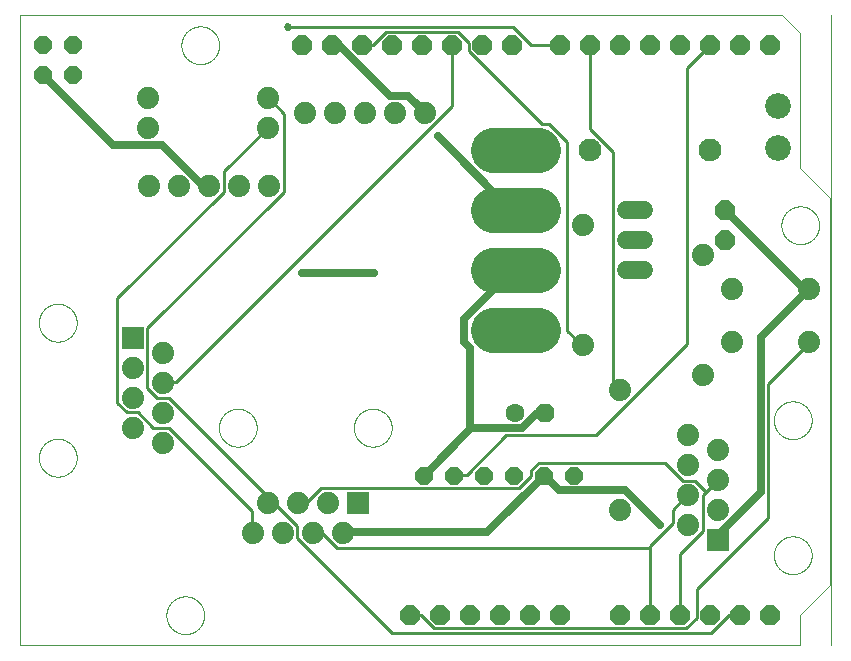
<source format=gbl>
G75*
%MOIN*%
%OFA0B0*%
%FSLAX25Y25*%
%IPPOS*%
%LPD*%
%AMOC8*
5,1,8,0,0,1.08239X$1,22.5*
%
%ADD10C,0.00000*%
%ADD11OC8,0.06600*%
%ADD12C,0.07400*%
%ADD13R,0.07400X0.07400*%
%ADD14C,0.08600*%
%ADD15C,0.06000*%
%ADD16OC8,0.06000*%
%ADD17OC8,0.06300*%
%ADD18C,0.06300*%
%ADD19C,0.15000*%
%ADD20C,0.07600*%
%ADD21C,0.01000*%
%ADD22C,0.02700*%
%ADD23C,0.02500*%
D10*
X0031420Y0005000D02*
X0031420Y0215000D01*
X0285420Y0215000D01*
X0291420Y0209000D01*
X0291420Y0164000D01*
X0301420Y0154000D01*
X0301420Y0025000D01*
X0291420Y0015000D01*
X0291420Y0005000D01*
X0031420Y0005000D01*
X0031420Y0214961D01*
X0085121Y0205000D02*
X0085123Y0205158D01*
X0085129Y0205316D01*
X0085139Y0205474D01*
X0085153Y0205632D01*
X0085171Y0205789D01*
X0085192Y0205946D01*
X0085218Y0206102D01*
X0085248Y0206258D01*
X0085281Y0206413D01*
X0085319Y0206566D01*
X0085360Y0206719D01*
X0085405Y0206871D01*
X0085454Y0207022D01*
X0085507Y0207171D01*
X0085563Y0207319D01*
X0085623Y0207465D01*
X0085687Y0207610D01*
X0085755Y0207753D01*
X0085826Y0207895D01*
X0085900Y0208035D01*
X0085978Y0208172D01*
X0086060Y0208308D01*
X0086144Y0208442D01*
X0086233Y0208573D01*
X0086324Y0208702D01*
X0086419Y0208829D01*
X0086516Y0208954D01*
X0086617Y0209076D01*
X0086721Y0209195D01*
X0086828Y0209312D01*
X0086938Y0209426D01*
X0087051Y0209537D01*
X0087166Y0209646D01*
X0087284Y0209751D01*
X0087405Y0209853D01*
X0087528Y0209953D01*
X0087654Y0210049D01*
X0087782Y0210142D01*
X0087912Y0210232D01*
X0088045Y0210318D01*
X0088180Y0210402D01*
X0088316Y0210481D01*
X0088455Y0210558D01*
X0088596Y0210630D01*
X0088738Y0210700D01*
X0088882Y0210765D01*
X0089028Y0210827D01*
X0089175Y0210885D01*
X0089324Y0210940D01*
X0089474Y0210991D01*
X0089625Y0211038D01*
X0089777Y0211081D01*
X0089930Y0211120D01*
X0090085Y0211156D01*
X0090240Y0211187D01*
X0090396Y0211215D01*
X0090552Y0211239D01*
X0090709Y0211259D01*
X0090867Y0211275D01*
X0091024Y0211287D01*
X0091183Y0211295D01*
X0091341Y0211299D01*
X0091499Y0211299D01*
X0091657Y0211295D01*
X0091816Y0211287D01*
X0091973Y0211275D01*
X0092131Y0211259D01*
X0092288Y0211239D01*
X0092444Y0211215D01*
X0092600Y0211187D01*
X0092755Y0211156D01*
X0092910Y0211120D01*
X0093063Y0211081D01*
X0093215Y0211038D01*
X0093366Y0210991D01*
X0093516Y0210940D01*
X0093665Y0210885D01*
X0093812Y0210827D01*
X0093958Y0210765D01*
X0094102Y0210700D01*
X0094244Y0210630D01*
X0094385Y0210558D01*
X0094524Y0210481D01*
X0094660Y0210402D01*
X0094795Y0210318D01*
X0094928Y0210232D01*
X0095058Y0210142D01*
X0095186Y0210049D01*
X0095312Y0209953D01*
X0095435Y0209853D01*
X0095556Y0209751D01*
X0095674Y0209646D01*
X0095789Y0209537D01*
X0095902Y0209426D01*
X0096012Y0209312D01*
X0096119Y0209195D01*
X0096223Y0209076D01*
X0096324Y0208954D01*
X0096421Y0208829D01*
X0096516Y0208702D01*
X0096607Y0208573D01*
X0096696Y0208442D01*
X0096780Y0208308D01*
X0096862Y0208172D01*
X0096940Y0208035D01*
X0097014Y0207895D01*
X0097085Y0207753D01*
X0097153Y0207610D01*
X0097217Y0207465D01*
X0097277Y0207319D01*
X0097333Y0207171D01*
X0097386Y0207022D01*
X0097435Y0206871D01*
X0097480Y0206719D01*
X0097521Y0206566D01*
X0097559Y0206413D01*
X0097592Y0206258D01*
X0097622Y0206102D01*
X0097648Y0205946D01*
X0097669Y0205789D01*
X0097687Y0205632D01*
X0097701Y0205474D01*
X0097711Y0205316D01*
X0097717Y0205158D01*
X0097719Y0205000D01*
X0097717Y0204842D01*
X0097711Y0204684D01*
X0097701Y0204526D01*
X0097687Y0204368D01*
X0097669Y0204211D01*
X0097648Y0204054D01*
X0097622Y0203898D01*
X0097592Y0203742D01*
X0097559Y0203587D01*
X0097521Y0203434D01*
X0097480Y0203281D01*
X0097435Y0203129D01*
X0097386Y0202978D01*
X0097333Y0202829D01*
X0097277Y0202681D01*
X0097217Y0202535D01*
X0097153Y0202390D01*
X0097085Y0202247D01*
X0097014Y0202105D01*
X0096940Y0201965D01*
X0096862Y0201828D01*
X0096780Y0201692D01*
X0096696Y0201558D01*
X0096607Y0201427D01*
X0096516Y0201298D01*
X0096421Y0201171D01*
X0096324Y0201046D01*
X0096223Y0200924D01*
X0096119Y0200805D01*
X0096012Y0200688D01*
X0095902Y0200574D01*
X0095789Y0200463D01*
X0095674Y0200354D01*
X0095556Y0200249D01*
X0095435Y0200147D01*
X0095312Y0200047D01*
X0095186Y0199951D01*
X0095058Y0199858D01*
X0094928Y0199768D01*
X0094795Y0199682D01*
X0094660Y0199598D01*
X0094524Y0199519D01*
X0094385Y0199442D01*
X0094244Y0199370D01*
X0094102Y0199300D01*
X0093958Y0199235D01*
X0093812Y0199173D01*
X0093665Y0199115D01*
X0093516Y0199060D01*
X0093366Y0199009D01*
X0093215Y0198962D01*
X0093063Y0198919D01*
X0092910Y0198880D01*
X0092755Y0198844D01*
X0092600Y0198813D01*
X0092444Y0198785D01*
X0092288Y0198761D01*
X0092131Y0198741D01*
X0091973Y0198725D01*
X0091816Y0198713D01*
X0091657Y0198705D01*
X0091499Y0198701D01*
X0091341Y0198701D01*
X0091183Y0198705D01*
X0091024Y0198713D01*
X0090867Y0198725D01*
X0090709Y0198741D01*
X0090552Y0198761D01*
X0090396Y0198785D01*
X0090240Y0198813D01*
X0090085Y0198844D01*
X0089930Y0198880D01*
X0089777Y0198919D01*
X0089625Y0198962D01*
X0089474Y0199009D01*
X0089324Y0199060D01*
X0089175Y0199115D01*
X0089028Y0199173D01*
X0088882Y0199235D01*
X0088738Y0199300D01*
X0088596Y0199370D01*
X0088455Y0199442D01*
X0088316Y0199519D01*
X0088180Y0199598D01*
X0088045Y0199682D01*
X0087912Y0199768D01*
X0087782Y0199858D01*
X0087654Y0199951D01*
X0087528Y0200047D01*
X0087405Y0200147D01*
X0087284Y0200249D01*
X0087166Y0200354D01*
X0087051Y0200463D01*
X0086938Y0200574D01*
X0086828Y0200688D01*
X0086721Y0200805D01*
X0086617Y0200924D01*
X0086516Y0201046D01*
X0086419Y0201171D01*
X0086324Y0201298D01*
X0086233Y0201427D01*
X0086144Y0201558D01*
X0086060Y0201692D01*
X0085978Y0201828D01*
X0085900Y0201965D01*
X0085826Y0202105D01*
X0085755Y0202247D01*
X0085687Y0202390D01*
X0085623Y0202535D01*
X0085563Y0202681D01*
X0085507Y0202829D01*
X0085454Y0202978D01*
X0085405Y0203129D01*
X0085360Y0203281D01*
X0085319Y0203434D01*
X0085281Y0203587D01*
X0085248Y0203742D01*
X0085218Y0203898D01*
X0085192Y0204054D01*
X0085171Y0204211D01*
X0085153Y0204368D01*
X0085139Y0204526D01*
X0085129Y0204684D01*
X0085123Y0204842D01*
X0085121Y0205000D01*
X0037621Y0112500D02*
X0037623Y0112658D01*
X0037629Y0112816D01*
X0037639Y0112974D01*
X0037653Y0113132D01*
X0037671Y0113289D01*
X0037692Y0113446D01*
X0037718Y0113602D01*
X0037748Y0113758D01*
X0037781Y0113913D01*
X0037819Y0114066D01*
X0037860Y0114219D01*
X0037905Y0114371D01*
X0037954Y0114522D01*
X0038007Y0114671D01*
X0038063Y0114819D01*
X0038123Y0114965D01*
X0038187Y0115110D01*
X0038255Y0115253D01*
X0038326Y0115395D01*
X0038400Y0115535D01*
X0038478Y0115672D01*
X0038560Y0115808D01*
X0038644Y0115942D01*
X0038733Y0116073D01*
X0038824Y0116202D01*
X0038919Y0116329D01*
X0039016Y0116454D01*
X0039117Y0116576D01*
X0039221Y0116695D01*
X0039328Y0116812D01*
X0039438Y0116926D01*
X0039551Y0117037D01*
X0039666Y0117146D01*
X0039784Y0117251D01*
X0039905Y0117353D01*
X0040028Y0117453D01*
X0040154Y0117549D01*
X0040282Y0117642D01*
X0040412Y0117732D01*
X0040545Y0117818D01*
X0040680Y0117902D01*
X0040816Y0117981D01*
X0040955Y0118058D01*
X0041096Y0118130D01*
X0041238Y0118200D01*
X0041382Y0118265D01*
X0041528Y0118327D01*
X0041675Y0118385D01*
X0041824Y0118440D01*
X0041974Y0118491D01*
X0042125Y0118538D01*
X0042277Y0118581D01*
X0042430Y0118620D01*
X0042585Y0118656D01*
X0042740Y0118687D01*
X0042896Y0118715D01*
X0043052Y0118739D01*
X0043209Y0118759D01*
X0043367Y0118775D01*
X0043524Y0118787D01*
X0043683Y0118795D01*
X0043841Y0118799D01*
X0043999Y0118799D01*
X0044157Y0118795D01*
X0044316Y0118787D01*
X0044473Y0118775D01*
X0044631Y0118759D01*
X0044788Y0118739D01*
X0044944Y0118715D01*
X0045100Y0118687D01*
X0045255Y0118656D01*
X0045410Y0118620D01*
X0045563Y0118581D01*
X0045715Y0118538D01*
X0045866Y0118491D01*
X0046016Y0118440D01*
X0046165Y0118385D01*
X0046312Y0118327D01*
X0046458Y0118265D01*
X0046602Y0118200D01*
X0046744Y0118130D01*
X0046885Y0118058D01*
X0047024Y0117981D01*
X0047160Y0117902D01*
X0047295Y0117818D01*
X0047428Y0117732D01*
X0047558Y0117642D01*
X0047686Y0117549D01*
X0047812Y0117453D01*
X0047935Y0117353D01*
X0048056Y0117251D01*
X0048174Y0117146D01*
X0048289Y0117037D01*
X0048402Y0116926D01*
X0048512Y0116812D01*
X0048619Y0116695D01*
X0048723Y0116576D01*
X0048824Y0116454D01*
X0048921Y0116329D01*
X0049016Y0116202D01*
X0049107Y0116073D01*
X0049196Y0115942D01*
X0049280Y0115808D01*
X0049362Y0115672D01*
X0049440Y0115535D01*
X0049514Y0115395D01*
X0049585Y0115253D01*
X0049653Y0115110D01*
X0049717Y0114965D01*
X0049777Y0114819D01*
X0049833Y0114671D01*
X0049886Y0114522D01*
X0049935Y0114371D01*
X0049980Y0114219D01*
X0050021Y0114066D01*
X0050059Y0113913D01*
X0050092Y0113758D01*
X0050122Y0113602D01*
X0050148Y0113446D01*
X0050169Y0113289D01*
X0050187Y0113132D01*
X0050201Y0112974D01*
X0050211Y0112816D01*
X0050217Y0112658D01*
X0050219Y0112500D01*
X0050217Y0112342D01*
X0050211Y0112184D01*
X0050201Y0112026D01*
X0050187Y0111868D01*
X0050169Y0111711D01*
X0050148Y0111554D01*
X0050122Y0111398D01*
X0050092Y0111242D01*
X0050059Y0111087D01*
X0050021Y0110934D01*
X0049980Y0110781D01*
X0049935Y0110629D01*
X0049886Y0110478D01*
X0049833Y0110329D01*
X0049777Y0110181D01*
X0049717Y0110035D01*
X0049653Y0109890D01*
X0049585Y0109747D01*
X0049514Y0109605D01*
X0049440Y0109465D01*
X0049362Y0109328D01*
X0049280Y0109192D01*
X0049196Y0109058D01*
X0049107Y0108927D01*
X0049016Y0108798D01*
X0048921Y0108671D01*
X0048824Y0108546D01*
X0048723Y0108424D01*
X0048619Y0108305D01*
X0048512Y0108188D01*
X0048402Y0108074D01*
X0048289Y0107963D01*
X0048174Y0107854D01*
X0048056Y0107749D01*
X0047935Y0107647D01*
X0047812Y0107547D01*
X0047686Y0107451D01*
X0047558Y0107358D01*
X0047428Y0107268D01*
X0047295Y0107182D01*
X0047160Y0107098D01*
X0047024Y0107019D01*
X0046885Y0106942D01*
X0046744Y0106870D01*
X0046602Y0106800D01*
X0046458Y0106735D01*
X0046312Y0106673D01*
X0046165Y0106615D01*
X0046016Y0106560D01*
X0045866Y0106509D01*
X0045715Y0106462D01*
X0045563Y0106419D01*
X0045410Y0106380D01*
X0045255Y0106344D01*
X0045100Y0106313D01*
X0044944Y0106285D01*
X0044788Y0106261D01*
X0044631Y0106241D01*
X0044473Y0106225D01*
X0044316Y0106213D01*
X0044157Y0106205D01*
X0043999Y0106201D01*
X0043841Y0106201D01*
X0043683Y0106205D01*
X0043524Y0106213D01*
X0043367Y0106225D01*
X0043209Y0106241D01*
X0043052Y0106261D01*
X0042896Y0106285D01*
X0042740Y0106313D01*
X0042585Y0106344D01*
X0042430Y0106380D01*
X0042277Y0106419D01*
X0042125Y0106462D01*
X0041974Y0106509D01*
X0041824Y0106560D01*
X0041675Y0106615D01*
X0041528Y0106673D01*
X0041382Y0106735D01*
X0041238Y0106800D01*
X0041096Y0106870D01*
X0040955Y0106942D01*
X0040816Y0107019D01*
X0040680Y0107098D01*
X0040545Y0107182D01*
X0040412Y0107268D01*
X0040282Y0107358D01*
X0040154Y0107451D01*
X0040028Y0107547D01*
X0039905Y0107647D01*
X0039784Y0107749D01*
X0039666Y0107854D01*
X0039551Y0107963D01*
X0039438Y0108074D01*
X0039328Y0108188D01*
X0039221Y0108305D01*
X0039117Y0108424D01*
X0039016Y0108546D01*
X0038919Y0108671D01*
X0038824Y0108798D01*
X0038733Y0108927D01*
X0038644Y0109058D01*
X0038560Y0109192D01*
X0038478Y0109328D01*
X0038400Y0109465D01*
X0038326Y0109605D01*
X0038255Y0109747D01*
X0038187Y0109890D01*
X0038123Y0110035D01*
X0038063Y0110181D01*
X0038007Y0110329D01*
X0037954Y0110478D01*
X0037905Y0110629D01*
X0037860Y0110781D01*
X0037819Y0110934D01*
X0037781Y0111087D01*
X0037748Y0111242D01*
X0037718Y0111398D01*
X0037692Y0111554D01*
X0037671Y0111711D01*
X0037653Y0111868D01*
X0037639Y0112026D01*
X0037629Y0112184D01*
X0037623Y0112342D01*
X0037621Y0112500D01*
X0097621Y0077500D02*
X0097623Y0077658D01*
X0097629Y0077816D01*
X0097639Y0077974D01*
X0097653Y0078132D01*
X0097671Y0078289D01*
X0097692Y0078446D01*
X0097718Y0078602D01*
X0097748Y0078758D01*
X0097781Y0078913D01*
X0097819Y0079066D01*
X0097860Y0079219D01*
X0097905Y0079371D01*
X0097954Y0079522D01*
X0098007Y0079671D01*
X0098063Y0079819D01*
X0098123Y0079965D01*
X0098187Y0080110D01*
X0098255Y0080253D01*
X0098326Y0080395D01*
X0098400Y0080535D01*
X0098478Y0080672D01*
X0098560Y0080808D01*
X0098644Y0080942D01*
X0098733Y0081073D01*
X0098824Y0081202D01*
X0098919Y0081329D01*
X0099016Y0081454D01*
X0099117Y0081576D01*
X0099221Y0081695D01*
X0099328Y0081812D01*
X0099438Y0081926D01*
X0099551Y0082037D01*
X0099666Y0082146D01*
X0099784Y0082251D01*
X0099905Y0082353D01*
X0100028Y0082453D01*
X0100154Y0082549D01*
X0100282Y0082642D01*
X0100412Y0082732D01*
X0100545Y0082818D01*
X0100680Y0082902D01*
X0100816Y0082981D01*
X0100955Y0083058D01*
X0101096Y0083130D01*
X0101238Y0083200D01*
X0101382Y0083265D01*
X0101528Y0083327D01*
X0101675Y0083385D01*
X0101824Y0083440D01*
X0101974Y0083491D01*
X0102125Y0083538D01*
X0102277Y0083581D01*
X0102430Y0083620D01*
X0102585Y0083656D01*
X0102740Y0083687D01*
X0102896Y0083715D01*
X0103052Y0083739D01*
X0103209Y0083759D01*
X0103367Y0083775D01*
X0103524Y0083787D01*
X0103683Y0083795D01*
X0103841Y0083799D01*
X0103999Y0083799D01*
X0104157Y0083795D01*
X0104316Y0083787D01*
X0104473Y0083775D01*
X0104631Y0083759D01*
X0104788Y0083739D01*
X0104944Y0083715D01*
X0105100Y0083687D01*
X0105255Y0083656D01*
X0105410Y0083620D01*
X0105563Y0083581D01*
X0105715Y0083538D01*
X0105866Y0083491D01*
X0106016Y0083440D01*
X0106165Y0083385D01*
X0106312Y0083327D01*
X0106458Y0083265D01*
X0106602Y0083200D01*
X0106744Y0083130D01*
X0106885Y0083058D01*
X0107024Y0082981D01*
X0107160Y0082902D01*
X0107295Y0082818D01*
X0107428Y0082732D01*
X0107558Y0082642D01*
X0107686Y0082549D01*
X0107812Y0082453D01*
X0107935Y0082353D01*
X0108056Y0082251D01*
X0108174Y0082146D01*
X0108289Y0082037D01*
X0108402Y0081926D01*
X0108512Y0081812D01*
X0108619Y0081695D01*
X0108723Y0081576D01*
X0108824Y0081454D01*
X0108921Y0081329D01*
X0109016Y0081202D01*
X0109107Y0081073D01*
X0109196Y0080942D01*
X0109280Y0080808D01*
X0109362Y0080672D01*
X0109440Y0080535D01*
X0109514Y0080395D01*
X0109585Y0080253D01*
X0109653Y0080110D01*
X0109717Y0079965D01*
X0109777Y0079819D01*
X0109833Y0079671D01*
X0109886Y0079522D01*
X0109935Y0079371D01*
X0109980Y0079219D01*
X0110021Y0079066D01*
X0110059Y0078913D01*
X0110092Y0078758D01*
X0110122Y0078602D01*
X0110148Y0078446D01*
X0110169Y0078289D01*
X0110187Y0078132D01*
X0110201Y0077974D01*
X0110211Y0077816D01*
X0110217Y0077658D01*
X0110219Y0077500D01*
X0110217Y0077342D01*
X0110211Y0077184D01*
X0110201Y0077026D01*
X0110187Y0076868D01*
X0110169Y0076711D01*
X0110148Y0076554D01*
X0110122Y0076398D01*
X0110092Y0076242D01*
X0110059Y0076087D01*
X0110021Y0075934D01*
X0109980Y0075781D01*
X0109935Y0075629D01*
X0109886Y0075478D01*
X0109833Y0075329D01*
X0109777Y0075181D01*
X0109717Y0075035D01*
X0109653Y0074890D01*
X0109585Y0074747D01*
X0109514Y0074605D01*
X0109440Y0074465D01*
X0109362Y0074328D01*
X0109280Y0074192D01*
X0109196Y0074058D01*
X0109107Y0073927D01*
X0109016Y0073798D01*
X0108921Y0073671D01*
X0108824Y0073546D01*
X0108723Y0073424D01*
X0108619Y0073305D01*
X0108512Y0073188D01*
X0108402Y0073074D01*
X0108289Y0072963D01*
X0108174Y0072854D01*
X0108056Y0072749D01*
X0107935Y0072647D01*
X0107812Y0072547D01*
X0107686Y0072451D01*
X0107558Y0072358D01*
X0107428Y0072268D01*
X0107295Y0072182D01*
X0107160Y0072098D01*
X0107024Y0072019D01*
X0106885Y0071942D01*
X0106744Y0071870D01*
X0106602Y0071800D01*
X0106458Y0071735D01*
X0106312Y0071673D01*
X0106165Y0071615D01*
X0106016Y0071560D01*
X0105866Y0071509D01*
X0105715Y0071462D01*
X0105563Y0071419D01*
X0105410Y0071380D01*
X0105255Y0071344D01*
X0105100Y0071313D01*
X0104944Y0071285D01*
X0104788Y0071261D01*
X0104631Y0071241D01*
X0104473Y0071225D01*
X0104316Y0071213D01*
X0104157Y0071205D01*
X0103999Y0071201D01*
X0103841Y0071201D01*
X0103683Y0071205D01*
X0103524Y0071213D01*
X0103367Y0071225D01*
X0103209Y0071241D01*
X0103052Y0071261D01*
X0102896Y0071285D01*
X0102740Y0071313D01*
X0102585Y0071344D01*
X0102430Y0071380D01*
X0102277Y0071419D01*
X0102125Y0071462D01*
X0101974Y0071509D01*
X0101824Y0071560D01*
X0101675Y0071615D01*
X0101528Y0071673D01*
X0101382Y0071735D01*
X0101238Y0071800D01*
X0101096Y0071870D01*
X0100955Y0071942D01*
X0100816Y0072019D01*
X0100680Y0072098D01*
X0100545Y0072182D01*
X0100412Y0072268D01*
X0100282Y0072358D01*
X0100154Y0072451D01*
X0100028Y0072547D01*
X0099905Y0072647D01*
X0099784Y0072749D01*
X0099666Y0072854D01*
X0099551Y0072963D01*
X0099438Y0073074D01*
X0099328Y0073188D01*
X0099221Y0073305D01*
X0099117Y0073424D01*
X0099016Y0073546D01*
X0098919Y0073671D01*
X0098824Y0073798D01*
X0098733Y0073927D01*
X0098644Y0074058D01*
X0098560Y0074192D01*
X0098478Y0074328D01*
X0098400Y0074465D01*
X0098326Y0074605D01*
X0098255Y0074747D01*
X0098187Y0074890D01*
X0098123Y0075035D01*
X0098063Y0075181D01*
X0098007Y0075329D01*
X0097954Y0075478D01*
X0097905Y0075629D01*
X0097860Y0075781D01*
X0097819Y0075934D01*
X0097781Y0076087D01*
X0097748Y0076242D01*
X0097718Y0076398D01*
X0097692Y0076554D01*
X0097671Y0076711D01*
X0097653Y0076868D01*
X0097639Y0077026D01*
X0097629Y0077184D01*
X0097623Y0077342D01*
X0097621Y0077500D01*
X0142621Y0077500D02*
X0142623Y0077658D01*
X0142629Y0077816D01*
X0142639Y0077974D01*
X0142653Y0078132D01*
X0142671Y0078289D01*
X0142692Y0078446D01*
X0142718Y0078602D01*
X0142748Y0078758D01*
X0142781Y0078913D01*
X0142819Y0079066D01*
X0142860Y0079219D01*
X0142905Y0079371D01*
X0142954Y0079522D01*
X0143007Y0079671D01*
X0143063Y0079819D01*
X0143123Y0079965D01*
X0143187Y0080110D01*
X0143255Y0080253D01*
X0143326Y0080395D01*
X0143400Y0080535D01*
X0143478Y0080672D01*
X0143560Y0080808D01*
X0143644Y0080942D01*
X0143733Y0081073D01*
X0143824Y0081202D01*
X0143919Y0081329D01*
X0144016Y0081454D01*
X0144117Y0081576D01*
X0144221Y0081695D01*
X0144328Y0081812D01*
X0144438Y0081926D01*
X0144551Y0082037D01*
X0144666Y0082146D01*
X0144784Y0082251D01*
X0144905Y0082353D01*
X0145028Y0082453D01*
X0145154Y0082549D01*
X0145282Y0082642D01*
X0145412Y0082732D01*
X0145545Y0082818D01*
X0145680Y0082902D01*
X0145816Y0082981D01*
X0145955Y0083058D01*
X0146096Y0083130D01*
X0146238Y0083200D01*
X0146382Y0083265D01*
X0146528Y0083327D01*
X0146675Y0083385D01*
X0146824Y0083440D01*
X0146974Y0083491D01*
X0147125Y0083538D01*
X0147277Y0083581D01*
X0147430Y0083620D01*
X0147585Y0083656D01*
X0147740Y0083687D01*
X0147896Y0083715D01*
X0148052Y0083739D01*
X0148209Y0083759D01*
X0148367Y0083775D01*
X0148524Y0083787D01*
X0148683Y0083795D01*
X0148841Y0083799D01*
X0148999Y0083799D01*
X0149157Y0083795D01*
X0149316Y0083787D01*
X0149473Y0083775D01*
X0149631Y0083759D01*
X0149788Y0083739D01*
X0149944Y0083715D01*
X0150100Y0083687D01*
X0150255Y0083656D01*
X0150410Y0083620D01*
X0150563Y0083581D01*
X0150715Y0083538D01*
X0150866Y0083491D01*
X0151016Y0083440D01*
X0151165Y0083385D01*
X0151312Y0083327D01*
X0151458Y0083265D01*
X0151602Y0083200D01*
X0151744Y0083130D01*
X0151885Y0083058D01*
X0152024Y0082981D01*
X0152160Y0082902D01*
X0152295Y0082818D01*
X0152428Y0082732D01*
X0152558Y0082642D01*
X0152686Y0082549D01*
X0152812Y0082453D01*
X0152935Y0082353D01*
X0153056Y0082251D01*
X0153174Y0082146D01*
X0153289Y0082037D01*
X0153402Y0081926D01*
X0153512Y0081812D01*
X0153619Y0081695D01*
X0153723Y0081576D01*
X0153824Y0081454D01*
X0153921Y0081329D01*
X0154016Y0081202D01*
X0154107Y0081073D01*
X0154196Y0080942D01*
X0154280Y0080808D01*
X0154362Y0080672D01*
X0154440Y0080535D01*
X0154514Y0080395D01*
X0154585Y0080253D01*
X0154653Y0080110D01*
X0154717Y0079965D01*
X0154777Y0079819D01*
X0154833Y0079671D01*
X0154886Y0079522D01*
X0154935Y0079371D01*
X0154980Y0079219D01*
X0155021Y0079066D01*
X0155059Y0078913D01*
X0155092Y0078758D01*
X0155122Y0078602D01*
X0155148Y0078446D01*
X0155169Y0078289D01*
X0155187Y0078132D01*
X0155201Y0077974D01*
X0155211Y0077816D01*
X0155217Y0077658D01*
X0155219Y0077500D01*
X0155217Y0077342D01*
X0155211Y0077184D01*
X0155201Y0077026D01*
X0155187Y0076868D01*
X0155169Y0076711D01*
X0155148Y0076554D01*
X0155122Y0076398D01*
X0155092Y0076242D01*
X0155059Y0076087D01*
X0155021Y0075934D01*
X0154980Y0075781D01*
X0154935Y0075629D01*
X0154886Y0075478D01*
X0154833Y0075329D01*
X0154777Y0075181D01*
X0154717Y0075035D01*
X0154653Y0074890D01*
X0154585Y0074747D01*
X0154514Y0074605D01*
X0154440Y0074465D01*
X0154362Y0074328D01*
X0154280Y0074192D01*
X0154196Y0074058D01*
X0154107Y0073927D01*
X0154016Y0073798D01*
X0153921Y0073671D01*
X0153824Y0073546D01*
X0153723Y0073424D01*
X0153619Y0073305D01*
X0153512Y0073188D01*
X0153402Y0073074D01*
X0153289Y0072963D01*
X0153174Y0072854D01*
X0153056Y0072749D01*
X0152935Y0072647D01*
X0152812Y0072547D01*
X0152686Y0072451D01*
X0152558Y0072358D01*
X0152428Y0072268D01*
X0152295Y0072182D01*
X0152160Y0072098D01*
X0152024Y0072019D01*
X0151885Y0071942D01*
X0151744Y0071870D01*
X0151602Y0071800D01*
X0151458Y0071735D01*
X0151312Y0071673D01*
X0151165Y0071615D01*
X0151016Y0071560D01*
X0150866Y0071509D01*
X0150715Y0071462D01*
X0150563Y0071419D01*
X0150410Y0071380D01*
X0150255Y0071344D01*
X0150100Y0071313D01*
X0149944Y0071285D01*
X0149788Y0071261D01*
X0149631Y0071241D01*
X0149473Y0071225D01*
X0149316Y0071213D01*
X0149157Y0071205D01*
X0148999Y0071201D01*
X0148841Y0071201D01*
X0148683Y0071205D01*
X0148524Y0071213D01*
X0148367Y0071225D01*
X0148209Y0071241D01*
X0148052Y0071261D01*
X0147896Y0071285D01*
X0147740Y0071313D01*
X0147585Y0071344D01*
X0147430Y0071380D01*
X0147277Y0071419D01*
X0147125Y0071462D01*
X0146974Y0071509D01*
X0146824Y0071560D01*
X0146675Y0071615D01*
X0146528Y0071673D01*
X0146382Y0071735D01*
X0146238Y0071800D01*
X0146096Y0071870D01*
X0145955Y0071942D01*
X0145816Y0072019D01*
X0145680Y0072098D01*
X0145545Y0072182D01*
X0145412Y0072268D01*
X0145282Y0072358D01*
X0145154Y0072451D01*
X0145028Y0072547D01*
X0144905Y0072647D01*
X0144784Y0072749D01*
X0144666Y0072854D01*
X0144551Y0072963D01*
X0144438Y0073074D01*
X0144328Y0073188D01*
X0144221Y0073305D01*
X0144117Y0073424D01*
X0144016Y0073546D01*
X0143919Y0073671D01*
X0143824Y0073798D01*
X0143733Y0073927D01*
X0143644Y0074058D01*
X0143560Y0074192D01*
X0143478Y0074328D01*
X0143400Y0074465D01*
X0143326Y0074605D01*
X0143255Y0074747D01*
X0143187Y0074890D01*
X0143123Y0075035D01*
X0143063Y0075181D01*
X0143007Y0075329D01*
X0142954Y0075478D01*
X0142905Y0075629D01*
X0142860Y0075781D01*
X0142819Y0075934D01*
X0142781Y0076087D01*
X0142748Y0076242D01*
X0142718Y0076398D01*
X0142692Y0076554D01*
X0142671Y0076711D01*
X0142653Y0076868D01*
X0142639Y0077026D01*
X0142629Y0077184D01*
X0142623Y0077342D01*
X0142621Y0077500D01*
X0080121Y0015000D02*
X0080123Y0015158D01*
X0080129Y0015316D01*
X0080139Y0015474D01*
X0080153Y0015632D01*
X0080171Y0015789D01*
X0080192Y0015946D01*
X0080218Y0016102D01*
X0080248Y0016258D01*
X0080281Y0016413D01*
X0080319Y0016566D01*
X0080360Y0016719D01*
X0080405Y0016871D01*
X0080454Y0017022D01*
X0080507Y0017171D01*
X0080563Y0017319D01*
X0080623Y0017465D01*
X0080687Y0017610D01*
X0080755Y0017753D01*
X0080826Y0017895D01*
X0080900Y0018035D01*
X0080978Y0018172D01*
X0081060Y0018308D01*
X0081144Y0018442D01*
X0081233Y0018573D01*
X0081324Y0018702D01*
X0081419Y0018829D01*
X0081516Y0018954D01*
X0081617Y0019076D01*
X0081721Y0019195D01*
X0081828Y0019312D01*
X0081938Y0019426D01*
X0082051Y0019537D01*
X0082166Y0019646D01*
X0082284Y0019751D01*
X0082405Y0019853D01*
X0082528Y0019953D01*
X0082654Y0020049D01*
X0082782Y0020142D01*
X0082912Y0020232D01*
X0083045Y0020318D01*
X0083180Y0020402D01*
X0083316Y0020481D01*
X0083455Y0020558D01*
X0083596Y0020630D01*
X0083738Y0020700D01*
X0083882Y0020765D01*
X0084028Y0020827D01*
X0084175Y0020885D01*
X0084324Y0020940D01*
X0084474Y0020991D01*
X0084625Y0021038D01*
X0084777Y0021081D01*
X0084930Y0021120D01*
X0085085Y0021156D01*
X0085240Y0021187D01*
X0085396Y0021215D01*
X0085552Y0021239D01*
X0085709Y0021259D01*
X0085867Y0021275D01*
X0086024Y0021287D01*
X0086183Y0021295D01*
X0086341Y0021299D01*
X0086499Y0021299D01*
X0086657Y0021295D01*
X0086816Y0021287D01*
X0086973Y0021275D01*
X0087131Y0021259D01*
X0087288Y0021239D01*
X0087444Y0021215D01*
X0087600Y0021187D01*
X0087755Y0021156D01*
X0087910Y0021120D01*
X0088063Y0021081D01*
X0088215Y0021038D01*
X0088366Y0020991D01*
X0088516Y0020940D01*
X0088665Y0020885D01*
X0088812Y0020827D01*
X0088958Y0020765D01*
X0089102Y0020700D01*
X0089244Y0020630D01*
X0089385Y0020558D01*
X0089524Y0020481D01*
X0089660Y0020402D01*
X0089795Y0020318D01*
X0089928Y0020232D01*
X0090058Y0020142D01*
X0090186Y0020049D01*
X0090312Y0019953D01*
X0090435Y0019853D01*
X0090556Y0019751D01*
X0090674Y0019646D01*
X0090789Y0019537D01*
X0090902Y0019426D01*
X0091012Y0019312D01*
X0091119Y0019195D01*
X0091223Y0019076D01*
X0091324Y0018954D01*
X0091421Y0018829D01*
X0091516Y0018702D01*
X0091607Y0018573D01*
X0091696Y0018442D01*
X0091780Y0018308D01*
X0091862Y0018172D01*
X0091940Y0018035D01*
X0092014Y0017895D01*
X0092085Y0017753D01*
X0092153Y0017610D01*
X0092217Y0017465D01*
X0092277Y0017319D01*
X0092333Y0017171D01*
X0092386Y0017022D01*
X0092435Y0016871D01*
X0092480Y0016719D01*
X0092521Y0016566D01*
X0092559Y0016413D01*
X0092592Y0016258D01*
X0092622Y0016102D01*
X0092648Y0015946D01*
X0092669Y0015789D01*
X0092687Y0015632D01*
X0092701Y0015474D01*
X0092711Y0015316D01*
X0092717Y0015158D01*
X0092719Y0015000D01*
X0092717Y0014842D01*
X0092711Y0014684D01*
X0092701Y0014526D01*
X0092687Y0014368D01*
X0092669Y0014211D01*
X0092648Y0014054D01*
X0092622Y0013898D01*
X0092592Y0013742D01*
X0092559Y0013587D01*
X0092521Y0013434D01*
X0092480Y0013281D01*
X0092435Y0013129D01*
X0092386Y0012978D01*
X0092333Y0012829D01*
X0092277Y0012681D01*
X0092217Y0012535D01*
X0092153Y0012390D01*
X0092085Y0012247D01*
X0092014Y0012105D01*
X0091940Y0011965D01*
X0091862Y0011828D01*
X0091780Y0011692D01*
X0091696Y0011558D01*
X0091607Y0011427D01*
X0091516Y0011298D01*
X0091421Y0011171D01*
X0091324Y0011046D01*
X0091223Y0010924D01*
X0091119Y0010805D01*
X0091012Y0010688D01*
X0090902Y0010574D01*
X0090789Y0010463D01*
X0090674Y0010354D01*
X0090556Y0010249D01*
X0090435Y0010147D01*
X0090312Y0010047D01*
X0090186Y0009951D01*
X0090058Y0009858D01*
X0089928Y0009768D01*
X0089795Y0009682D01*
X0089660Y0009598D01*
X0089524Y0009519D01*
X0089385Y0009442D01*
X0089244Y0009370D01*
X0089102Y0009300D01*
X0088958Y0009235D01*
X0088812Y0009173D01*
X0088665Y0009115D01*
X0088516Y0009060D01*
X0088366Y0009009D01*
X0088215Y0008962D01*
X0088063Y0008919D01*
X0087910Y0008880D01*
X0087755Y0008844D01*
X0087600Y0008813D01*
X0087444Y0008785D01*
X0087288Y0008761D01*
X0087131Y0008741D01*
X0086973Y0008725D01*
X0086816Y0008713D01*
X0086657Y0008705D01*
X0086499Y0008701D01*
X0086341Y0008701D01*
X0086183Y0008705D01*
X0086024Y0008713D01*
X0085867Y0008725D01*
X0085709Y0008741D01*
X0085552Y0008761D01*
X0085396Y0008785D01*
X0085240Y0008813D01*
X0085085Y0008844D01*
X0084930Y0008880D01*
X0084777Y0008919D01*
X0084625Y0008962D01*
X0084474Y0009009D01*
X0084324Y0009060D01*
X0084175Y0009115D01*
X0084028Y0009173D01*
X0083882Y0009235D01*
X0083738Y0009300D01*
X0083596Y0009370D01*
X0083455Y0009442D01*
X0083316Y0009519D01*
X0083180Y0009598D01*
X0083045Y0009682D01*
X0082912Y0009768D01*
X0082782Y0009858D01*
X0082654Y0009951D01*
X0082528Y0010047D01*
X0082405Y0010147D01*
X0082284Y0010249D01*
X0082166Y0010354D01*
X0082051Y0010463D01*
X0081938Y0010574D01*
X0081828Y0010688D01*
X0081721Y0010805D01*
X0081617Y0010924D01*
X0081516Y0011046D01*
X0081419Y0011171D01*
X0081324Y0011298D01*
X0081233Y0011427D01*
X0081144Y0011558D01*
X0081060Y0011692D01*
X0080978Y0011828D01*
X0080900Y0011965D01*
X0080826Y0012105D01*
X0080755Y0012247D01*
X0080687Y0012390D01*
X0080623Y0012535D01*
X0080563Y0012681D01*
X0080507Y0012829D01*
X0080454Y0012978D01*
X0080405Y0013129D01*
X0080360Y0013281D01*
X0080319Y0013434D01*
X0080281Y0013587D01*
X0080248Y0013742D01*
X0080218Y0013898D01*
X0080192Y0014054D01*
X0080171Y0014211D01*
X0080153Y0014368D01*
X0080139Y0014526D01*
X0080129Y0014684D01*
X0080123Y0014842D01*
X0080121Y0015000D01*
X0037621Y0067500D02*
X0037623Y0067658D01*
X0037629Y0067816D01*
X0037639Y0067974D01*
X0037653Y0068132D01*
X0037671Y0068289D01*
X0037692Y0068446D01*
X0037718Y0068602D01*
X0037748Y0068758D01*
X0037781Y0068913D01*
X0037819Y0069066D01*
X0037860Y0069219D01*
X0037905Y0069371D01*
X0037954Y0069522D01*
X0038007Y0069671D01*
X0038063Y0069819D01*
X0038123Y0069965D01*
X0038187Y0070110D01*
X0038255Y0070253D01*
X0038326Y0070395D01*
X0038400Y0070535D01*
X0038478Y0070672D01*
X0038560Y0070808D01*
X0038644Y0070942D01*
X0038733Y0071073D01*
X0038824Y0071202D01*
X0038919Y0071329D01*
X0039016Y0071454D01*
X0039117Y0071576D01*
X0039221Y0071695D01*
X0039328Y0071812D01*
X0039438Y0071926D01*
X0039551Y0072037D01*
X0039666Y0072146D01*
X0039784Y0072251D01*
X0039905Y0072353D01*
X0040028Y0072453D01*
X0040154Y0072549D01*
X0040282Y0072642D01*
X0040412Y0072732D01*
X0040545Y0072818D01*
X0040680Y0072902D01*
X0040816Y0072981D01*
X0040955Y0073058D01*
X0041096Y0073130D01*
X0041238Y0073200D01*
X0041382Y0073265D01*
X0041528Y0073327D01*
X0041675Y0073385D01*
X0041824Y0073440D01*
X0041974Y0073491D01*
X0042125Y0073538D01*
X0042277Y0073581D01*
X0042430Y0073620D01*
X0042585Y0073656D01*
X0042740Y0073687D01*
X0042896Y0073715D01*
X0043052Y0073739D01*
X0043209Y0073759D01*
X0043367Y0073775D01*
X0043524Y0073787D01*
X0043683Y0073795D01*
X0043841Y0073799D01*
X0043999Y0073799D01*
X0044157Y0073795D01*
X0044316Y0073787D01*
X0044473Y0073775D01*
X0044631Y0073759D01*
X0044788Y0073739D01*
X0044944Y0073715D01*
X0045100Y0073687D01*
X0045255Y0073656D01*
X0045410Y0073620D01*
X0045563Y0073581D01*
X0045715Y0073538D01*
X0045866Y0073491D01*
X0046016Y0073440D01*
X0046165Y0073385D01*
X0046312Y0073327D01*
X0046458Y0073265D01*
X0046602Y0073200D01*
X0046744Y0073130D01*
X0046885Y0073058D01*
X0047024Y0072981D01*
X0047160Y0072902D01*
X0047295Y0072818D01*
X0047428Y0072732D01*
X0047558Y0072642D01*
X0047686Y0072549D01*
X0047812Y0072453D01*
X0047935Y0072353D01*
X0048056Y0072251D01*
X0048174Y0072146D01*
X0048289Y0072037D01*
X0048402Y0071926D01*
X0048512Y0071812D01*
X0048619Y0071695D01*
X0048723Y0071576D01*
X0048824Y0071454D01*
X0048921Y0071329D01*
X0049016Y0071202D01*
X0049107Y0071073D01*
X0049196Y0070942D01*
X0049280Y0070808D01*
X0049362Y0070672D01*
X0049440Y0070535D01*
X0049514Y0070395D01*
X0049585Y0070253D01*
X0049653Y0070110D01*
X0049717Y0069965D01*
X0049777Y0069819D01*
X0049833Y0069671D01*
X0049886Y0069522D01*
X0049935Y0069371D01*
X0049980Y0069219D01*
X0050021Y0069066D01*
X0050059Y0068913D01*
X0050092Y0068758D01*
X0050122Y0068602D01*
X0050148Y0068446D01*
X0050169Y0068289D01*
X0050187Y0068132D01*
X0050201Y0067974D01*
X0050211Y0067816D01*
X0050217Y0067658D01*
X0050219Y0067500D01*
X0050217Y0067342D01*
X0050211Y0067184D01*
X0050201Y0067026D01*
X0050187Y0066868D01*
X0050169Y0066711D01*
X0050148Y0066554D01*
X0050122Y0066398D01*
X0050092Y0066242D01*
X0050059Y0066087D01*
X0050021Y0065934D01*
X0049980Y0065781D01*
X0049935Y0065629D01*
X0049886Y0065478D01*
X0049833Y0065329D01*
X0049777Y0065181D01*
X0049717Y0065035D01*
X0049653Y0064890D01*
X0049585Y0064747D01*
X0049514Y0064605D01*
X0049440Y0064465D01*
X0049362Y0064328D01*
X0049280Y0064192D01*
X0049196Y0064058D01*
X0049107Y0063927D01*
X0049016Y0063798D01*
X0048921Y0063671D01*
X0048824Y0063546D01*
X0048723Y0063424D01*
X0048619Y0063305D01*
X0048512Y0063188D01*
X0048402Y0063074D01*
X0048289Y0062963D01*
X0048174Y0062854D01*
X0048056Y0062749D01*
X0047935Y0062647D01*
X0047812Y0062547D01*
X0047686Y0062451D01*
X0047558Y0062358D01*
X0047428Y0062268D01*
X0047295Y0062182D01*
X0047160Y0062098D01*
X0047024Y0062019D01*
X0046885Y0061942D01*
X0046744Y0061870D01*
X0046602Y0061800D01*
X0046458Y0061735D01*
X0046312Y0061673D01*
X0046165Y0061615D01*
X0046016Y0061560D01*
X0045866Y0061509D01*
X0045715Y0061462D01*
X0045563Y0061419D01*
X0045410Y0061380D01*
X0045255Y0061344D01*
X0045100Y0061313D01*
X0044944Y0061285D01*
X0044788Y0061261D01*
X0044631Y0061241D01*
X0044473Y0061225D01*
X0044316Y0061213D01*
X0044157Y0061205D01*
X0043999Y0061201D01*
X0043841Y0061201D01*
X0043683Y0061205D01*
X0043524Y0061213D01*
X0043367Y0061225D01*
X0043209Y0061241D01*
X0043052Y0061261D01*
X0042896Y0061285D01*
X0042740Y0061313D01*
X0042585Y0061344D01*
X0042430Y0061380D01*
X0042277Y0061419D01*
X0042125Y0061462D01*
X0041974Y0061509D01*
X0041824Y0061560D01*
X0041675Y0061615D01*
X0041528Y0061673D01*
X0041382Y0061735D01*
X0041238Y0061800D01*
X0041096Y0061870D01*
X0040955Y0061942D01*
X0040816Y0062019D01*
X0040680Y0062098D01*
X0040545Y0062182D01*
X0040412Y0062268D01*
X0040282Y0062358D01*
X0040154Y0062451D01*
X0040028Y0062547D01*
X0039905Y0062647D01*
X0039784Y0062749D01*
X0039666Y0062854D01*
X0039551Y0062963D01*
X0039438Y0063074D01*
X0039328Y0063188D01*
X0039221Y0063305D01*
X0039117Y0063424D01*
X0039016Y0063546D01*
X0038919Y0063671D01*
X0038824Y0063798D01*
X0038733Y0063927D01*
X0038644Y0064058D01*
X0038560Y0064192D01*
X0038478Y0064328D01*
X0038400Y0064465D01*
X0038326Y0064605D01*
X0038255Y0064747D01*
X0038187Y0064890D01*
X0038123Y0065035D01*
X0038063Y0065181D01*
X0038007Y0065329D01*
X0037954Y0065478D01*
X0037905Y0065629D01*
X0037860Y0065781D01*
X0037819Y0065934D01*
X0037781Y0066087D01*
X0037748Y0066242D01*
X0037718Y0066398D01*
X0037692Y0066554D01*
X0037671Y0066711D01*
X0037653Y0066868D01*
X0037639Y0067026D01*
X0037629Y0067184D01*
X0037623Y0067342D01*
X0037621Y0067500D01*
X0282621Y0080000D02*
X0282623Y0080158D01*
X0282629Y0080316D01*
X0282639Y0080474D01*
X0282653Y0080632D01*
X0282671Y0080789D01*
X0282692Y0080946D01*
X0282718Y0081102D01*
X0282748Y0081258D01*
X0282781Y0081413D01*
X0282819Y0081566D01*
X0282860Y0081719D01*
X0282905Y0081871D01*
X0282954Y0082022D01*
X0283007Y0082171D01*
X0283063Y0082319D01*
X0283123Y0082465D01*
X0283187Y0082610D01*
X0283255Y0082753D01*
X0283326Y0082895D01*
X0283400Y0083035D01*
X0283478Y0083172D01*
X0283560Y0083308D01*
X0283644Y0083442D01*
X0283733Y0083573D01*
X0283824Y0083702D01*
X0283919Y0083829D01*
X0284016Y0083954D01*
X0284117Y0084076D01*
X0284221Y0084195D01*
X0284328Y0084312D01*
X0284438Y0084426D01*
X0284551Y0084537D01*
X0284666Y0084646D01*
X0284784Y0084751D01*
X0284905Y0084853D01*
X0285028Y0084953D01*
X0285154Y0085049D01*
X0285282Y0085142D01*
X0285412Y0085232D01*
X0285545Y0085318D01*
X0285680Y0085402D01*
X0285816Y0085481D01*
X0285955Y0085558D01*
X0286096Y0085630D01*
X0286238Y0085700D01*
X0286382Y0085765D01*
X0286528Y0085827D01*
X0286675Y0085885D01*
X0286824Y0085940D01*
X0286974Y0085991D01*
X0287125Y0086038D01*
X0287277Y0086081D01*
X0287430Y0086120D01*
X0287585Y0086156D01*
X0287740Y0086187D01*
X0287896Y0086215D01*
X0288052Y0086239D01*
X0288209Y0086259D01*
X0288367Y0086275D01*
X0288524Y0086287D01*
X0288683Y0086295D01*
X0288841Y0086299D01*
X0288999Y0086299D01*
X0289157Y0086295D01*
X0289316Y0086287D01*
X0289473Y0086275D01*
X0289631Y0086259D01*
X0289788Y0086239D01*
X0289944Y0086215D01*
X0290100Y0086187D01*
X0290255Y0086156D01*
X0290410Y0086120D01*
X0290563Y0086081D01*
X0290715Y0086038D01*
X0290866Y0085991D01*
X0291016Y0085940D01*
X0291165Y0085885D01*
X0291312Y0085827D01*
X0291458Y0085765D01*
X0291602Y0085700D01*
X0291744Y0085630D01*
X0291885Y0085558D01*
X0292024Y0085481D01*
X0292160Y0085402D01*
X0292295Y0085318D01*
X0292428Y0085232D01*
X0292558Y0085142D01*
X0292686Y0085049D01*
X0292812Y0084953D01*
X0292935Y0084853D01*
X0293056Y0084751D01*
X0293174Y0084646D01*
X0293289Y0084537D01*
X0293402Y0084426D01*
X0293512Y0084312D01*
X0293619Y0084195D01*
X0293723Y0084076D01*
X0293824Y0083954D01*
X0293921Y0083829D01*
X0294016Y0083702D01*
X0294107Y0083573D01*
X0294196Y0083442D01*
X0294280Y0083308D01*
X0294362Y0083172D01*
X0294440Y0083035D01*
X0294514Y0082895D01*
X0294585Y0082753D01*
X0294653Y0082610D01*
X0294717Y0082465D01*
X0294777Y0082319D01*
X0294833Y0082171D01*
X0294886Y0082022D01*
X0294935Y0081871D01*
X0294980Y0081719D01*
X0295021Y0081566D01*
X0295059Y0081413D01*
X0295092Y0081258D01*
X0295122Y0081102D01*
X0295148Y0080946D01*
X0295169Y0080789D01*
X0295187Y0080632D01*
X0295201Y0080474D01*
X0295211Y0080316D01*
X0295217Y0080158D01*
X0295219Y0080000D01*
X0295217Y0079842D01*
X0295211Y0079684D01*
X0295201Y0079526D01*
X0295187Y0079368D01*
X0295169Y0079211D01*
X0295148Y0079054D01*
X0295122Y0078898D01*
X0295092Y0078742D01*
X0295059Y0078587D01*
X0295021Y0078434D01*
X0294980Y0078281D01*
X0294935Y0078129D01*
X0294886Y0077978D01*
X0294833Y0077829D01*
X0294777Y0077681D01*
X0294717Y0077535D01*
X0294653Y0077390D01*
X0294585Y0077247D01*
X0294514Y0077105D01*
X0294440Y0076965D01*
X0294362Y0076828D01*
X0294280Y0076692D01*
X0294196Y0076558D01*
X0294107Y0076427D01*
X0294016Y0076298D01*
X0293921Y0076171D01*
X0293824Y0076046D01*
X0293723Y0075924D01*
X0293619Y0075805D01*
X0293512Y0075688D01*
X0293402Y0075574D01*
X0293289Y0075463D01*
X0293174Y0075354D01*
X0293056Y0075249D01*
X0292935Y0075147D01*
X0292812Y0075047D01*
X0292686Y0074951D01*
X0292558Y0074858D01*
X0292428Y0074768D01*
X0292295Y0074682D01*
X0292160Y0074598D01*
X0292024Y0074519D01*
X0291885Y0074442D01*
X0291744Y0074370D01*
X0291602Y0074300D01*
X0291458Y0074235D01*
X0291312Y0074173D01*
X0291165Y0074115D01*
X0291016Y0074060D01*
X0290866Y0074009D01*
X0290715Y0073962D01*
X0290563Y0073919D01*
X0290410Y0073880D01*
X0290255Y0073844D01*
X0290100Y0073813D01*
X0289944Y0073785D01*
X0289788Y0073761D01*
X0289631Y0073741D01*
X0289473Y0073725D01*
X0289316Y0073713D01*
X0289157Y0073705D01*
X0288999Y0073701D01*
X0288841Y0073701D01*
X0288683Y0073705D01*
X0288524Y0073713D01*
X0288367Y0073725D01*
X0288209Y0073741D01*
X0288052Y0073761D01*
X0287896Y0073785D01*
X0287740Y0073813D01*
X0287585Y0073844D01*
X0287430Y0073880D01*
X0287277Y0073919D01*
X0287125Y0073962D01*
X0286974Y0074009D01*
X0286824Y0074060D01*
X0286675Y0074115D01*
X0286528Y0074173D01*
X0286382Y0074235D01*
X0286238Y0074300D01*
X0286096Y0074370D01*
X0285955Y0074442D01*
X0285816Y0074519D01*
X0285680Y0074598D01*
X0285545Y0074682D01*
X0285412Y0074768D01*
X0285282Y0074858D01*
X0285154Y0074951D01*
X0285028Y0075047D01*
X0284905Y0075147D01*
X0284784Y0075249D01*
X0284666Y0075354D01*
X0284551Y0075463D01*
X0284438Y0075574D01*
X0284328Y0075688D01*
X0284221Y0075805D01*
X0284117Y0075924D01*
X0284016Y0076046D01*
X0283919Y0076171D01*
X0283824Y0076298D01*
X0283733Y0076427D01*
X0283644Y0076558D01*
X0283560Y0076692D01*
X0283478Y0076828D01*
X0283400Y0076965D01*
X0283326Y0077105D01*
X0283255Y0077247D01*
X0283187Y0077390D01*
X0283123Y0077535D01*
X0283063Y0077681D01*
X0283007Y0077829D01*
X0282954Y0077978D01*
X0282905Y0078129D01*
X0282860Y0078281D01*
X0282819Y0078434D01*
X0282781Y0078587D01*
X0282748Y0078742D01*
X0282718Y0078898D01*
X0282692Y0079054D01*
X0282671Y0079211D01*
X0282653Y0079368D01*
X0282639Y0079526D01*
X0282629Y0079684D01*
X0282623Y0079842D01*
X0282621Y0080000D01*
X0282621Y0035000D02*
X0282623Y0035158D01*
X0282629Y0035316D01*
X0282639Y0035474D01*
X0282653Y0035632D01*
X0282671Y0035789D01*
X0282692Y0035946D01*
X0282718Y0036102D01*
X0282748Y0036258D01*
X0282781Y0036413D01*
X0282819Y0036566D01*
X0282860Y0036719D01*
X0282905Y0036871D01*
X0282954Y0037022D01*
X0283007Y0037171D01*
X0283063Y0037319D01*
X0283123Y0037465D01*
X0283187Y0037610D01*
X0283255Y0037753D01*
X0283326Y0037895D01*
X0283400Y0038035D01*
X0283478Y0038172D01*
X0283560Y0038308D01*
X0283644Y0038442D01*
X0283733Y0038573D01*
X0283824Y0038702D01*
X0283919Y0038829D01*
X0284016Y0038954D01*
X0284117Y0039076D01*
X0284221Y0039195D01*
X0284328Y0039312D01*
X0284438Y0039426D01*
X0284551Y0039537D01*
X0284666Y0039646D01*
X0284784Y0039751D01*
X0284905Y0039853D01*
X0285028Y0039953D01*
X0285154Y0040049D01*
X0285282Y0040142D01*
X0285412Y0040232D01*
X0285545Y0040318D01*
X0285680Y0040402D01*
X0285816Y0040481D01*
X0285955Y0040558D01*
X0286096Y0040630D01*
X0286238Y0040700D01*
X0286382Y0040765D01*
X0286528Y0040827D01*
X0286675Y0040885D01*
X0286824Y0040940D01*
X0286974Y0040991D01*
X0287125Y0041038D01*
X0287277Y0041081D01*
X0287430Y0041120D01*
X0287585Y0041156D01*
X0287740Y0041187D01*
X0287896Y0041215D01*
X0288052Y0041239D01*
X0288209Y0041259D01*
X0288367Y0041275D01*
X0288524Y0041287D01*
X0288683Y0041295D01*
X0288841Y0041299D01*
X0288999Y0041299D01*
X0289157Y0041295D01*
X0289316Y0041287D01*
X0289473Y0041275D01*
X0289631Y0041259D01*
X0289788Y0041239D01*
X0289944Y0041215D01*
X0290100Y0041187D01*
X0290255Y0041156D01*
X0290410Y0041120D01*
X0290563Y0041081D01*
X0290715Y0041038D01*
X0290866Y0040991D01*
X0291016Y0040940D01*
X0291165Y0040885D01*
X0291312Y0040827D01*
X0291458Y0040765D01*
X0291602Y0040700D01*
X0291744Y0040630D01*
X0291885Y0040558D01*
X0292024Y0040481D01*
X0292160Y0040402D01*
X0292295Y0040318D01*
X0292428Y0040232D01*
X0292558Y0040142D01*
X0292686Y0040049D01*
X0292812Y0039953D01*
X0292935Y0039853D01*
X0293056Y0039751D01*
X0293174Y0039646D01*
X0293289Y0039537D01*
X0293402Y0039426D01*
X0293512Y0039312D01*
X0293619Y0039195D01*
X0293723Y0039076D01*
X0293824Y0038954D01*
X0293921Y0038829D01*
X0294016Y0038702D01*
X0294107Y0038573D01*
X0294196Y0038442D01*
X0294280Y0038308D01*
X0294362Y0038172D01*
X0294440Y0038035D01*
X0294514Y0037895D01*
X0294585Y0037753D01*
X0294653Y0037610D01*
X0294717Y0037465D01*
X0294777Y0037319D01*
X0294833Y0037171D01*
X0294886Y0037022D01*
X0294935Y0036871D01*
X0294980Y0036719D01*
X0295021Y0036566D01*
X0295059Y0036413D01*
X0295092Y0036258D01*
X0295122Y0036102D01*
X0295148Y0035946D01*
X0295169Y0035789D01*
X0295187Y0035632D01*
X0295201Y0035474D01*
X0295211Y0035316D01*
X0295217Y0035158D01*
X0295219Y0035000D01*
X0295217Y0034842D01*
X0295211Y0034684D01*
X0295201Y0034526D01*
X0295187Y0034368D01*
X0295169Y0034211D01*
X0295148Y0034054D01*
X0295122Y0033898D01*
X0295092Y0033742D01*
X0295059Y0033587D01*
X0295021Y0033434D01*
X0294980Y0033281D01*
X0294935Y0033129D01*
X0294886Y0032978D01*
X0294833Y0032829D01*
X0294777Y0032681D01*
X0294717Y0032535D01*
X0294653Y0032390D01*
X0294585Y0032247D01*
X0294514Y0032105D01*
X0294440Y0031965D01*
X0294362Y0031828D01*
X0294280Y0031692D01*
X0294196Y0031558D01*
X0294107Y0031427D01*
X0294016Y0031298D01*
X0293921Y0031171D01*
X0293824Y0031046D01*
X0293723Y0030924D01*
X0293619Y0030805D01*
X0293512Y0030688D01*
X0293402Y0030574D01*
X0293289Y0030463D01*
X0293174Y0030354D01*
X0293056Y0030249D01*
X0292935Y0030147D01*
X0292812Y0030047D01*
X0292686Y0029951D01*
X0292558Y0029858D01*
X0292428Y0029768D01*
X0292295Y0029682D01*
X0292160Y0029598D01*
X0292024Y0029519D01*
X0291885Y0029442D01*
X0291744Y0029370D01*
X0291602Y0029300D01*
X0291458Y0029235D01*
X0291312Y0029173D01*
X0291165Y0029115D01*
X0291016Y0029060D01*
X0290866Y0029009D01*
X0290715Y0028962D01*
X0290563Y0028919D01*
X0290410Y0028880D01*
X0290255Y0028844D01*
X0290100Y0028813D01*
X0289944Y0028785D01*
X0289788Y0028761D01*
X0289631Y0028741D01*
X0289473Y0028725D01*
X0289316Y0028713D01*
X0289157Y0028705D01*
X0288999Y0028701D01*
X0288841Y0028701D01*
X0288683Y0028705D01*
X0288524Y0028713D01*
X0288367Y0028725D01*
X0288209Y0028741D01*
X0288052Y0028761D01*
X0287896Y0028785D01*
X0287740Y0028813D01*
X0287585Y0028844D01*
X0287430Y0028880D01*
X0287277Y0028919D01*
X0287125Y0028962D01*
X0286974Y0029009D01*
X0286824Y0029060D01*
X0286675Y0029115D01*
X0286528Y0029173D01*
X0286382Y0029235D01*
X0286238Y0029300D01*
X0286096Y0029370D01*
X0285955Y0029442D01*
X0285816Y0029519D01*
X0285680Y0029598D01*
X0285545Y0029682D01*
X0285412Y0029768D01*
X0285282Y0029858D01*
X0285154Y0029951D01*
X0285028Y0030047D01*
X0284905Y0030147D01*
X0284784Y0030249D01*
X0284666Y0030354D01*
X0284551Y0030463D01*
X0284438Y0030574D01*
X0284328Y0030688D01*
X0284221Y0030805D01*
X0284117Y0030924D01*
X0284016Y0031046D01*
X0283919Y0031171D01*
X0283824Y0031298D01*
X0283733Y0031427D01*
X0283644Y0031558D01*
X0283560Y0031692D01*
X0283478Y0031828D01*
X0283400Y0031965D01*
X0283326Y0032105D01*
X0283255Y0032247D01*
X0283187Y0032390D01*
X0283123Y0032535D01*
X0283063Y0032681D01*
X0283007Y0032829D01*
X0282954Y0032978D01*
X0282905Y0033129D01*
X0282860Y0033281D01*
X0282819Y0033434D01*
X0282781Y0033587D01*
X0282748Y0033742D01*
X0282718Y0033898D01*
X0282692Y0034054D01*
X0282671Y0034211D01*
X0282653Y0034368D01*
X0282639Y0034526D01*
X0282629Y0034684D01*
X0282623Y0034842D01*
X0282621Y0035000D01*
X0301620Y0005000D02*
X0301620Y0214961D01*
X0285121Y0145000D02*
X0285123Y0145158D01*
X0285129Y0145316D01*
X0285139Y0145474D01*
X0285153Y0145632D01*
X0285171Y0145789D01*
X0285192Y0145946D01*
X0285218Y0146102D01*
X0285248Y0146258D01*
X0285281Y0146413D01*
X0285319Y0146566D01*
X0285360Y0146719D01*
X0285405Y0146871D01*
X0285454Y0147022D01*
X0285507Y0147171D01*
X0285563Y0147319D01*
X0285623Y0147465D01*
X0285687Y0147610D01*
X0285755Y0147753D01*
X0285826Y0147895D01*
X0285900Y0148035D01*
X0285978Y0148172D01*
X0286060Y0148308D01*
X0286144Y0148442D01*
X0286233Y0148573D01*
X0286324Y0148702D01*
X0286419Y0148829D01*
X0286516Y0148954D01*
X0286617Y0149076D01*
X0286721Y0149195D01*
X0286828Y0149312D01*
X0286938Y0149426D01*
X0287051Y0149537D01*
X0287166Y0149646D01*
X0287284Y0149751D01*
X0287405Y0149853D01*
X0287528Y0149953D01*
X0287654Y0150049D01*
X0287782Y0150142D01*
X0287912Y0150232D01*
X0288045Y0150318D01*
X0288180Y0150402D01*
X0288316Y0150481D01*
X0288455Y0150558D01*
X0288596Y0150630D01*
X0288738Y0150700D01*
X0288882Y0150765D01*
X0289028Y0150827D01*
X0289175Y0150885D01*
X0289324Y0150940D01*
X0289474Y0150991D01*
X0289625Y0151038D01*
X0289777Y0151081D01*
X0289930Y0151120D01*
X0290085Y0151156D01*
X0290240Y0151187D01*
X0290396Y0151215D01*
X0290552Y0151239D01*
X0290709Y0151259D01*
X0290867Y0151275D01*
X0291024Y0151287D01*
X0291183Y0151295D01*
X0291341Y0151299D01*
X0291499Y0151299D01*
X0291657Y0151295D01*
X0291816Y0151287D01*
X0291973Y0151275D01*
X0292131Y0151259D01*
X0292288Y0151239D01*
X0292444Y0151215D01*
X0292600Y0151187D01*
X0292755Y0151156D01*
X0292910Y0151120D01*
X0293063Y0151081D01*
X0293215Y0151038D01*
X0293366Y0150991D01*
X0293516Y0150940D01*
X0293665Y0150885D01*
X0293812Y0150827D01*
X0293958Y0150765D01*
X0294102Y0150700D01*
X0294244Y0150630D01*
X0294385Y0150558D01*
X0294524Y0150481D01*
X0294660Y0150402D01*
X0294795Y0150318D01*
X0294928Y0150232D01*
X0295058Y0150142D01*
X0295186Y0150049D01*
X0295312Y0149953D01*
X0295435Y0149853D01*
X0295556Y0149751D01*
X0295674Y0149646D01*
X0295789Y0149537D01*
X0295902Y0149426D01*
X0296012Y0149312D01*
X0296119Y0149195D01*
X0296223Y0149076D01*
X0296324Y0148954D01*
X0296421Y0148829D01*
X0296516Y0148702D01*
X0296607Y0148573D01*
X0296696Y0148442D01*
X0296780Y0148308D01*
X0296862Y0148172D01*
X0296940Y0148035D01*
X0297014Y0147895D01*
X0297085Y0147753D01*
X0297153Y0147610D01*
X0297217Y0147465D01*
X0297277Y0147319D01*
X0297333Y0147171D01*
X0297386Y0147022D01*
X0297435Y0146871D01*
X0297480Y0146719D01*
X0297521Y0146566D01*
X0297559Y0146413D01*
X0297592Y0146258D01*
X0297622Y0146102D01*
X0297648Y0145946D01*
X0297669Y0145789D01*
X0297687Y0145632D01*
X0297701Y0145474D01*
X0297711Y0145316D01*
X0297717Y0145158D01*
X0297719Y0145000D01*
X0297717Y0144842D01*
X0297711Y0144684D01*
X0297701Y0144526D01*
X0297687Y0144368D01*
X0297669Y0144211D01*
X0297648Y0144054D01*
X0297622Y0143898D01*
X0297592Y0143742D01*
X0297559Y0143587D01*
X0297521Y0143434D01*
X0297480Y0143281D01*
X0297435Y0143129D01*
X0297386Y0142978D01*
X0297333Y0142829D01*
X0297277Y0142681D01*
X0297217Y0142535D01*
X0297153Y0142390D01*
X0297085Y0142247D01*
X0297014Y0142105D01*
X0296940Y0141965D01*
X0296862Y0141828D01*
X0296780Y0141692D01*
X0296696Y0141558D01*
X0296607Y0141427D01*
X0296516Y0141298D01*
X0296421Y0141171D01*
X0296324Y0141046D01*
X0296223Y0140924D01*
X0296119Y0140805D01*
X0296012Y0140688D01*
X0295902Y0140574D01*
X0295789Y0140463D01*
X0295674Y0140354D01*
X0295556Y0140249D01*
X0295435Y0140147D01*
X0295312Y0140047D01*
X0295186Y0139951D01*
X0295058Y0139858D01*
X0294928Y0139768D01*
X0294795Y0139682D01*
X0294660Y0139598D01*
X0294524Y0139519D01*
X0294385Y0139442D01*
X0294244Y0139370D01*
X0294102Y0139300D01*
X0293958Y0139235D01*
X0293812Y0139173D01*
X0293665Y0139115D01*
X0293516Y0139060D01*
X0293366Y0139009D01*
X0293215Y0138962D01*
X0293063Y0138919D01*
X0292910Y0138880D01*
X0292755Y0138844D01*
X0292600Y0138813D01*
X0292444Y0138785D01*
X0292288Y0138761D01*
X0292131Y0138741D01*
X0291973Y0138725D01*
X0291816Y0138713D01*
X0291657Y0138705D01*
X0291499Y0138701D01*
X0291341Y0138701D01*
X0291183Y0138705D01*
X0291024Y0138713D01*
X0290867Y0138725D01*
X0290709Y0138741D01*
X0290552Y0138761D01*
X0290396Y0138785D01*
X0290240Y0138813D01*
X0290085Y0138844D01*
X0289930Y0138880D01*
X0289777Y0138919D01*
X0289625Y0138962D01*
X0289474Y0139009D01*
X0289324Y0139060D01*
X0289175Y0139115D01*
X0289028Y0139173D01*
X0288882Y0139235D01*
X0288738Y0139300D01*
X0288596Y0139370D01*
X0288455Y0139442D01*
X0288316Y0139519D01*
X0288180Y0139598D01*
X0288045Y0139682D01*
X0287912Y0139768D01*
X0287782Y0139858D01*
X0287654Y0139951D01*
X0287528Y0140047D01*
X0287405Y0140147D01*
X0287284Y0140249D01*
X0287166Y0140354D01*
X0287051Y0140463D01*
X0286938Y0140574D01*
X0286828Y0140688D01*
X0286721Y0140805D01*
X0286617Y0140924D01*
X0286516Y0141046D01*
X0286419Y0141171D01*
X0286324Y0141298D01*
X0286233Y0141427D01*
X0286144Y0141558D01*
X0286060Y0141692D01*
X0285978Y0141828D01*
X0285900Y0141965D01*
X0285826Y0142105D01*
X0285755Y0142247D01*
X0285687Y0142390D01*
X0285623Y0142535D01*
X0285563Y0142681D01*
X0285507Y0142829D01*
X0285454Y0142978D01*
X0285405Y0143129D01*
X0285360Y0143281D01*
X0285319Y0143434D01*
X0285281Y0143587D01*
X0285248Y0143742D01*
X0285218Y0143898D01*
X0285192Y0144054D01*
X0285171Y0144211D01*
X0285153Y0144368D01*
X0285139Y0144526D01*
X0285129Y0144684D01*
X0285123Y0144842D01*
X0285121Y0145000D01*
D11*
X0266420Y0140000D03*
X0266420Y0150000D03*
X0271420Y0205000D03*
X0281420Y0205000D03*
X0261420Y0205000D03*
X0251420Y0205000D03*
X0241420Y0205000D03*
X0231420Y0205000D03*
X0221420Y0205000D03*
X0211420Y0205000D03*
X0195420Y0205000D03*
X0185420Y0205000D03*
X0175420Y0205000D03*
X0165420Y0205000D03*
X0155420Y0205000D03*
X0145420Y0205000D03*
X0135420Y0205000D03*
X0125420Y0205000D03*
X0161420Y0015000D03*
X0171420Y0015000D03*
X0181420Y0015000D03*
X0191420Y0015000D03*
X0201420Y0015000D03*
X0211420Y0015000D03*
X0231420Y0015000D03*
X0241420Y0015000D03*
X0251420Y0015000D03*
X0261420Y0015000D03*
X0271420Y0015000D03*
X0281420Y0015000D03*
D12*
X0253920Y0045000D03*
X0263920Y0050000D03*
X0253920Y0055000D03*
X0263920Y0060000D03*
X0253920Y0065000D03*
X0263920Y0070000D03*
X0253920Y0075000D03*
X0231420Y0090000D03*
X0218920Y0105000D03*
X0258920Y0095000D03*
X0268620Y0106100D03*
X0268620Y0123900D03*
X0258920Y0135000D03*
X0294220Y0123900D03*
X0294220Y0106100D03*
X0218920Y0145000D03*
X0166420Y0182500D03*
X0156420Y0182500D03*
X0146420Y0182500D03*
X0136420Y0182500D03*
X0126420Y0182500D03*
X0113920Y0177500D03*
X0113920Y0187500D03*
X0073920Y0187500D03*
X0073920Y0177500D03*
X0074420Y0158000D03*
X0084420Y0158000D03*
X0094420Y0158000D03*
X0104420Y0158000D03*
X0114420Y0158000D03*
X0078920Y0102500D03*
X0068920Y0097500D03*
X0078920Y0092500D03*
X0068920Y0087500D03*
X0078920Y0082500D03*
X0068920Y0077500D03*
X0078920Y0072500D03*
X0113920Y0052500D03*
X0123920Y0052500D03*
X0133920Y0052500D03*
X0138920Y0042500D03*
X0128920Y0042500D03*
X0118920Y0042500D03*
X0108920Y0042500D03*
X0231420Y0050000D03*
D13*
X0263920Y0040000D03*
X0143920Y0052500D03*
X0068920Y0107500D03*
D14*
X0283920Y0170807D03*
X0283920Y0184587D03*
D15*
X0239420Y0150000D02*
X0233420Y0150000D01*
X0233420Y0140000D02*
X0239420Y0140000D01*
X0239420Y0130000D02*
X0233420Y0130000D01*
D16*
X0215920Y0061500D03*
X0205920Y0061500D03*
X0195920Y0061500D03*
X0185920Y0061500D03*
X0175920Y0061500D03*
X0165920Y0061500D03*
X0048920Y0195000D03*
X0038920Y0195000D03*
X0038920Y0205000D03*
X0048920Y0205000D03*
D17*
X0206420Y0082500D03*
D18*
X0196420Y0082500D03*
D19*
X0203920Y0110000D02*
X0188920Y0110000D01*
X0188920Y0130000D02*
X0203920Y0130000D01*
X0203920Y0150000D02*
X0188920Y0150000D01*
X0188920Y0170000D02*
X0203920Y0170000D01*
D20*
X0221420Y0170000D03*
X0261420Y0170000D03*
D21*
X0229020Y0169400D02*
X0229020Y0092600D01*
X0231420Y0090200D01*
X0231420Y0090000D01*
X0223420Y0075000D02*
X0253820Y0105400D01*
X0253820Y0197400D01*
X0261420Y0205000D01*
X0221420Y0205000D02*
X0221420Y0177000D01*
X0229020Y0169400D01*
X0213820Y0172600D02*
X0213820Y0109800D01*
X0218620Y0105000D01*
X0218920Y0105000D01*
X0223420Y0075000D02*
X0193420Y0075000D01*
X0180220Y0061800D01*
X0176220Y0061800D01*
X0175920Y0061500D01*
X0197820Y0057400D02*
X0201820Y0061400D01*
X0201820Y0063400D01*
X0204220Y0065800D01*
X0246220Y0065800D01*
X0252220Y0059800D01*
X0256220Y0059800D01*
X0260020Y0056000D01*
X0259020Y0055000D01*
X0259020Y0043000D01*
X0251420Y0035400D01*
X0251420Y0015000D01*
X0253420Y0010600D02*
X0257020Y0014200D01*
X0257020Y0023800D01*
X0280620Y0047400D01*
X0280620Y0092200D01*
X0294220Y0105800D01*
X0294220Y0106100D01*
X0263920Y0060000D02*
X0263820Y0059800D01*
X0260020Y0056000D01*
X0253920Y0055000D02*
X0253820Y0055000D01*
X0249020Y0050200D01*
X0249020Y0045800D01*
X0241420Y0038200D01*
X0241420Y0037400D01*
X0137020Y0037400D01*
X0132220Y0042200D01*
X0129020Y0042200D01*
X0128920Y0042500D01*
X0123820Y0040600D02*
X0123820Y0044600D01*
X0116220Y0052200D01*
X0114220Y0052200D01*
X0113920Y0052500D01*
X0113820Y0052600D01*
X0113820Y0054600D01*
X0081020Y0087400D01*
X0077020Y0087400D01*
X0073820Y0090600D01*
X0073820Y0110600D01*
X0119420Y0156200D01*
X0119420Y0182200D01*
X0114220Y0187400D01*
X0113920Y0187500D01*
X0113920Y0177500D02*
X0099420Y0163000D01*
X0099420Y0156200D01*
X0063820Y0120600D01*
X0063820Y0085800D01*
X0067020Y0082600D01*
X0070620Y0082600D01*
X0075820Y0077400D01*
X0081020Y0077400D01*
X0108620Y0049800D01*
X0108620Y0042600D01*
X0108920Y0042500D01*
X0123820Y0040600D02*
X0155420Y0009000D01*
X0261820Y0009000D01*
X0267820Y0015000D01*
X0271420Y0015000D01*
X0253420Y0010600D02*
X0169420Y0010600D01*
X0165020Y0015000D01*
X0161420Y0015000D01*
X0127020Y0052600D02*
X0124220Y0052600D01*
X0123920Y0052500D01*
X0127020Y0052600D02*
X0131820Y0057400D01*
X0197820Y0057400D01*
X0241420Y0037400D02*
X0241420Y0015000D01*
X0083420Y0092600D02*
X0079020Y0092600D01*
X0078920Y0092500D01*
X0083420Y0092600D02*
X0175420Y0184600D01*
X0175420Y0205000D01*
X0177420Y0209400D02*
X0181020Y0205800D01*
X0181020Y0203000D01*
X0205420Y0178600D01*
X0207820Y0178600D01*
X0213820Y0172600D01*
X0211420Y0205000D02*
X0201820Y0205000D01*
X0195820Y0211000D01*
X0120620Y0211000D01*
X0145420Y0205000D02*
X0149020Y0205000D01*
X0153420Y0209400D01*
X0177420Y0209400D01*
D22*
X0170620Y0174600D03*
X0120620Y0211000D03*
X0125420Y0129000D03*
X0149420Y0129000D03*
X0244620Y0045000D03*
D23*
X0233020Y0056600D01*
X0211020Y0056600D01*
X0206220Y0061400D01*
X0205920Y0061500D01*
X0187020Y0042600D01*
X0139020Y0042600D01*
X0138920Y0042500D01*
X0165920Y0061500D02*
X0181820Y0077400D01*
X0181420Y0078600D01*
X0181420Y0104200D01*
X0179420Y0106200D01*
X0179420Y0113800D01*
X0195420Y0129800D01*
X0196220Y0129800D01*
X0196420Y0130000D01*
X0196420Y0150000D02*
X0196220Y0150200D01*
X0195020Y0150200D01*
X0170620Y0174600D01*
X0166420Y0182500D02*
X0166220Y0182600D01*
X0160620Y0188200D01*
X0154620Y0188200D01*
X0137820Y0205000D01*
X0135420Y0205000D01*
X0092220Y0158200D02*
X0078620Y0171800D01*
X0062220Y0171800D01*
X0039020Y0195000D01*
X0038920Y0195000D01*
X0092220Y0158200D02*
X0094220Y0158200D01*
X0094420Y0158000D01*
X0125420Y0129000D02*
X0149420Y0129000D01*
X0206420Y0082500D02*
X0206220Y0082200D01*
X0203420Y0082200D01*
X0198620Y0077400D01*
X0181820Y0077400D01*
X0264220Y0042200D02*
X0264220Y0040200D01*
X0263920Y0040000D01*
X0264220Y0042200D02*
X0278220Y0056200D01*
X0278220Y0107800D01*
X0294220Y0123800D01*
X0294220Y0123900D01*
X0292620Y0123800D01*
X0266420Y0150000D01*
M02*

</source>
